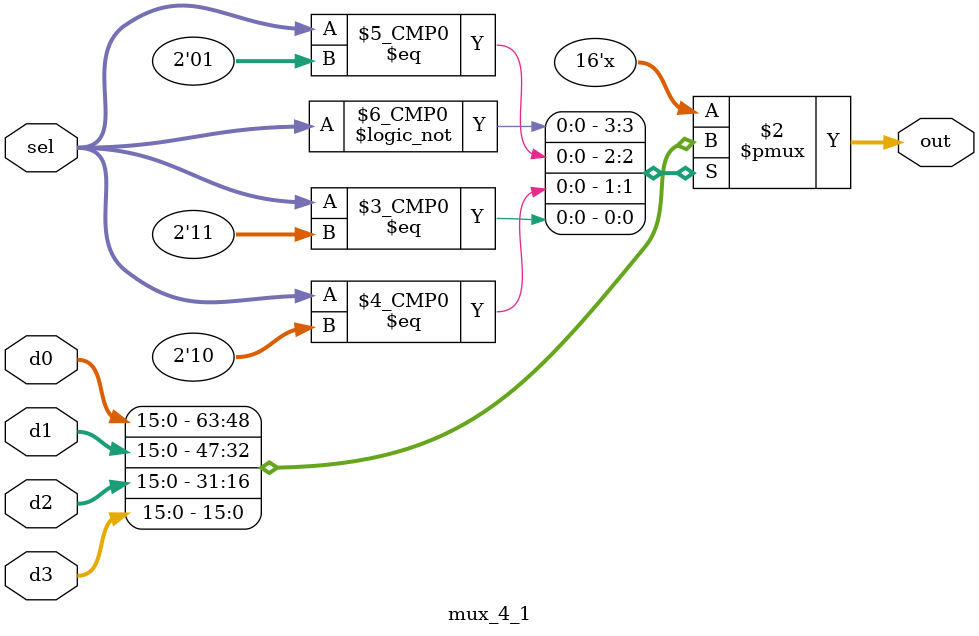
<source format=sv>
`timescale 1ns / 1ps

module mux_4_1(
    input [1:0] sel,
    output reg [15:0] out,
    input [15:0] d0,
    input [15:0] d1,
    input [15:0] d2,
    input [15:0] d3);
    
    always @ (*) begin
      case(sel)
          2'b00 : out <= d0;
          2'b01 : out <= d1;
          2'b10 : out <= d2;
          2'b11 : out <= d3;
      endcase
    end
endmodule

</source>
